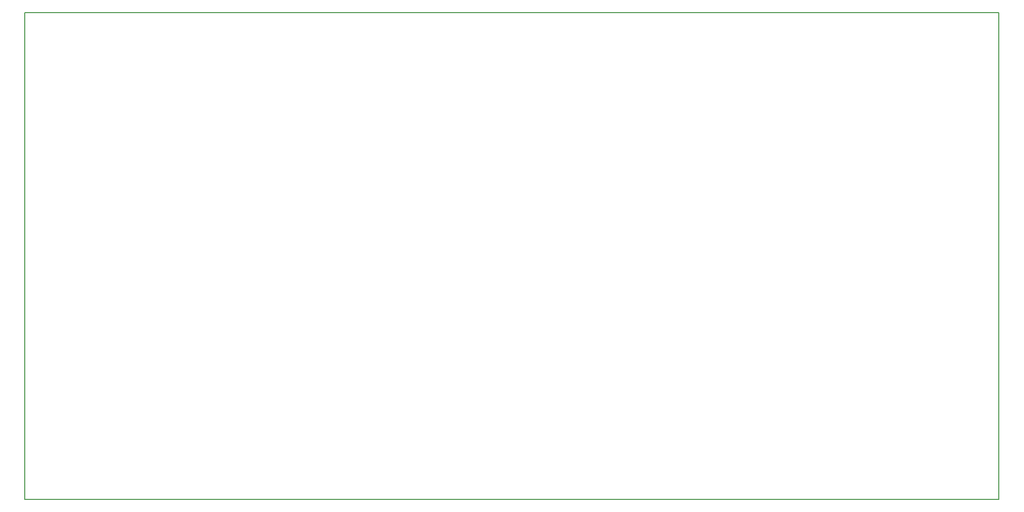
<source format=gbr>
%TF.GenerationSoftware,KiCad,Pcbnew,(6.0.0)*%
%TF.CreationDate,2023-05-12T18:21:01+02:00*%
%TF.ProjectId,main_func,6d61696e-5f66-4756-9e63-2e6b69636164,rev?*%
%TF.SameCoordinates,Original*%
%TF.FileFunction,Profile,NP*%
%FSLAX46Y46*%
G04 Gerber Fmt 4.6, Leading zero omitted, Abs format (unit mm)*
G04 Created by KiCad (PCBNEW (6.0.0)) date 2023-05-12 18:21:01*
%MOMM*%
%LPD*%
G01*
G04 APERTURE LIST*
%TA.AperFunction,Profile*%
%ADD10C,0.200000*%
%TD*%
G04 APERTURE END LIST*
D10*
X50000000Y-45000000D02*
X220000000Y-45000000D01*
X220000000Y-45000000D02*
X220000000Y-130000000D01*
X220000000Y-130000000D02*
X50000000Y-130000000D01*
X50000000Y-130000000D02*
X50000000Y-45000000D01*
M02*

</source>
